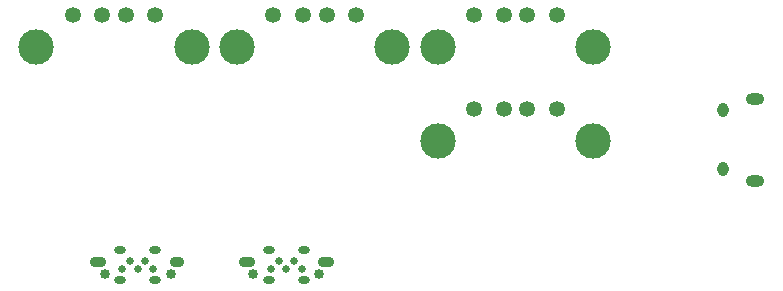
<source format=gbr>
G04 #@! TF.FileFunction,Soldermask,Bot*
%FSLAX46Y46*%
G04 Gerber Fmt 4.6, Leading zero omitted, Abs format (unit mm)*
G04 Created by KiCad (PCBNEW (2015-07-04 BZR 5884, Git c1bbf3e)-product) date 08/02/2016 4:00:02 PM*
%MOMM*%
G01*
G04 APERTURE LIST*
%ADD10C,0.100000*%
%ADD11C,1.350000*%
%ADD12C,3.000000*%
%ADD13O,0.950000X1.250000*%
%ADD14O,1.550000X1.000000*%
%ADD15C,0.850000*%
%ADD16O,1.400000X0.900000*%
%ADD17O,1.200000X0.900000*%
%ADD18O,1.000000X0.700000*%
%ADD19C,0.650000*%
G04 APERTURE END LIST*
D10*
D11*
X105500000Y-76780000D03*
X112500000Y-76780000D03*
X110000000Y-76780000D03*
D12*
X102430000Y-79490000D03*
D11*
X108000000Y-76780000D03*
D12*
X115570000Y-79490000D03*
D11*
X122500000Y-76780000D03*
X129500000Y-76780000D03*
X127000000Y-76780000D03*
D12*
X119430000Y-79490000D03*
D11*
X125000000Y-76780000D03*
D12*
X132570000Y-79490000D03*
D11*
X139500000Y-76780000D03*
X146500000Y-76780000D03*
X144000000Y-76780000D03*
D12*
X136430000Y-79490000D03*
D11*
X142000000Y-76780000D03*
D12*
X149570000Y-79490000D03*
D11*
X139500000Y-84780000D03*
X146500000Y-84780000D03*
X144000000Y-84780000D03*
D12*
X136430000Y-87490000D03*
D11*
X142000000Y-84780000D03*
D12*
X149570000Y-87490000D03*
D13*
X160600000Y-89900000D03*
X160600000Y-84900000D03*
D14*
X163300000Y-90900000D03*
X163300000Y-83900000D03*
D15*
X113800000Y-98750000D03*
D16*
X107675000Y-97710000D03*
D17*
X114325000Y-97710000D03*
D18*
X112500000Y-96750000D03*
X112500000Y-99250000D03*
X109500000Y-96750000D03*
X109500000Y-99250000D03*
D19*
X112300000Y-98350000D03*
X111000000Y-98350000D03*
X111650000Y-97650000D03*
X110350000Y-97650000D03*
X109700000Y-98350000D03*
D15*
X108200000Y-98750000D03*
X126400000Y-98750000D03*
D16*
X120275000Y-97710000D03*
X126925000Y-97710000D03*
D18*
X125100000Y-96750000D03*
X125100000Y-99250000D03*
X122100000Y-96750000D03*
X122100000Y-99250000D03*
D19*
X124900000Y-98350000D03*
X123600000Y-98350000D03*
X124250000Y-97650000D03*
X122950000Y-97650000D03*
X122300000Y-98350000D03*
D15*
X120800000Y-98750000D03*
M02*

</source>
